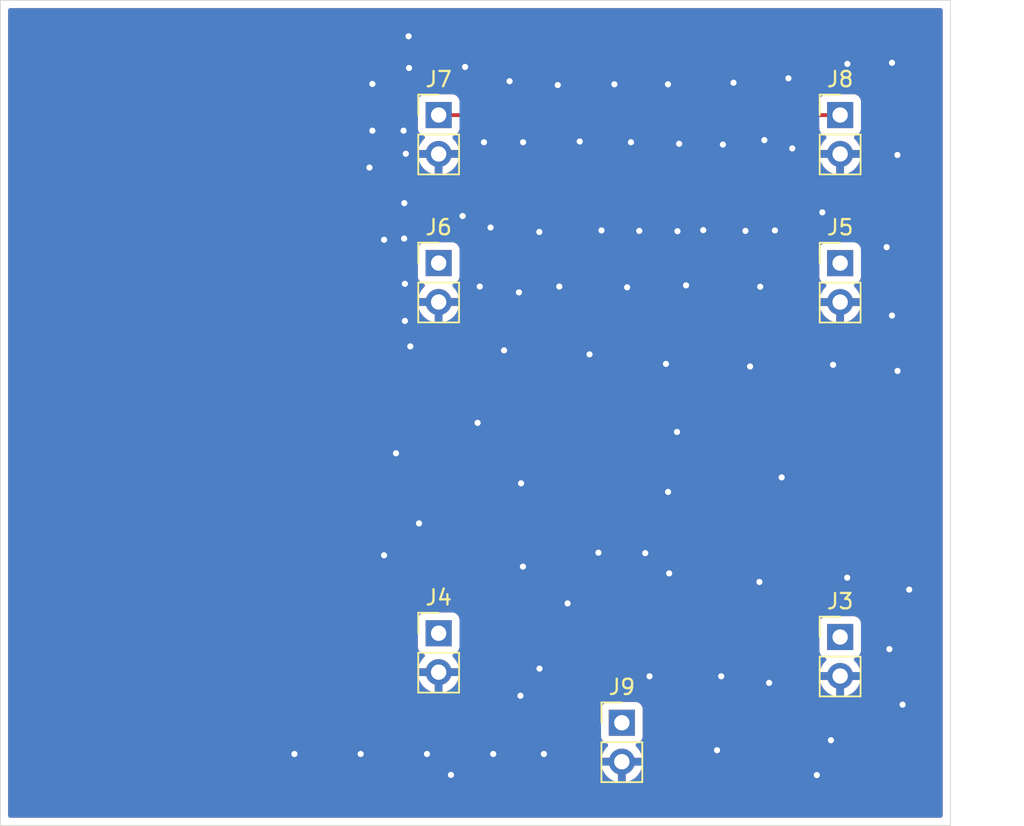
<source format=kicad_pcb>
(kicad_pcb (version 20211014) (generator pcbnew)
  (layers (0 "F.Cu" signal) (31 "B.Cu" signal) (34 "B.Paste" user) (35 "F.Paste" user) (36 "B.SilkS" user "B.Silkscreen") (37 "F.SilkS" user "F.Silkscreen") (38 "B.Mask" user) (39 "F.Mask" user) (44 "Edge.Cuts" user))
  (net 0 "")
  (net 1 "GND")
  (net 2 "bpf_ant")
  (net 3 "rfrx1_true")
  (net 4 "bpf_lvds")
  (net 5 "TX0")
  (footprint "Connector_PinHeader_2.54mm:PinHeader_1x02_P2.54mm_Vertical" (layer "F.Cu") (at 105.41 81.275)
    (fp_text reference "J8" (at 0 -2.33) (layer "F.SilkS"))
    (fp_text value "Connector_Generic_Conn_01x02")
    (fp_line (start -1.33 0) (end -1.33 -1.33) (layer "F.SilkS") (width 0.12))
    (fp_line (start -1.33 3.87) (end 1.33 3.87) (layer "F.SilkS") (width 0.12))
    (fp_line (start 1.33 1.27) (end 1.33 3.87) (layer "F.SilkS") (width 0.12))
    (fp_line (start -1.33 1.27) (end -1.33 3.87) (layer "F.SilkS") (width 0.12))
    (fp_line (start -1.33 -1.33) (end 0 -1.33) (layer "F.SilkS") (width 0.12))
    (fp_line (start -1.33 1.27) (end 1.33 1.27) (layer "F.SilkS") (width 0.12))
    (pad "1" thru_hole rect (at 0 0) (size 1.7 1.7) (drill 1) (layers *.Cu *.Mask) (net 3 "rfrx1_true"))
    (pad "2" thru_hole oval (at 0 2.54) (size 1.7 1.7) (drill 1) (layers *.Cu *.Mask) (net 1 "GND"))
  )
  (footprint "Connector_PinHeader_2.54mm:PinHeader_1x02_P2.54mm_Vertical" (layer "F.Cu") (at 79.248 81.275)
    (fp_text reference "J7" (at 0 -2.33) (layer "F.SilkS"))
    (fp_text value "Connector_Generic_Conn_01x02")
    (fp_line (start -1.33 3.87) (end 1.33 3.87) (layer "F.SilkS") (width 0.12))
    (fp_line (start -1.33 1.27) (end 1.33 1.27) (layer "F.SilkS") (width 0.12))
    (fp_line (start -1.33 0) (end -1.33 -1.33) (layer "F.SilkS") (width 0.12))
    (fp_line (start -1.33 1.27) (end -1.33 3.87) (layer "F.SilkS") (width 0.12))
    (fp_line (start 1.33 1.27) (end 1.33 3.87) (layer "F.SilkS") (width 0.12))
    (fp_line (start -1.33 -1.33) (end 0 -1.33) (layer "F.SilkS") (width 0.12))
    (pad "1" thru_hole rect (at 0 0) (size 1.7 1.7) (drill 1) (layers *.Cu *.Mask) (net 3 "rfrx1_true"))
    (pad "2" thru_hole oval (at 0 2.54) (size 1.7 1.7) (drill 1) (layers *.Cu *.Mask) (net 1 "GND"))
  )
  (footprint "Connector_PinHeader_2.54mm:PinHeader_1x02_P2.54mm_Vertical" (layer "F.Cu") (at 105.41 115.311)
    (fp_text reference "J3" (at 0 -2.33) (layer "F.SilkS"))
    (fp_text value "Connector_Generic_Conn_01x02")
    (fp_line (start -1.33 3.87) (end 1.33 3.87) (layer "F.SilkS") (width 0.12))
    (fp_line (start 1.33 1.27) (end 1.33 3.87) (layer "F.SilkS") (width 0.12))
    (fp_line (start -1.33 -1.33) (end 0 -1.33) (layer "F.SilkS") (width 0.12))
    (fp_line (start -1.33 0) (end -1.33 -1.33) (layer "F.SilkS") (width 0.12))
    (fp_line (start -1.33 1.27) (end -1.33 3.87) (layer "F.SilkS") (width 0.12))
    (fp_line (start -1.33 1.27) (end 1.33 1.27) (layer "F.SilkS") (width 0.12))
    (pad "1" thru_hole rect (at 0 0) (size 1.7 1.7) (drill 1) (layers *.Cu *.Mask) (net 2 "bpf_ant"))
    (pad "2" thru_hole oval (at 0 2.54) (size 1.7 1.7) (drill 1) (layers *.Cu *.Mask) (net 1 "GND"))
  )
  (footprint "Connector_PinHeader_2.54mm:PinHeader_1x02_P2.54mm_Vertical" (layer "F.Cu") (at 79.248 115.062)
    (fp_text reference "J4" (at 0 -2.33) (layer "F.SilkS"))
    (fp_text value "Connector_Generic_Conn_01x02")
    (fp_line (start 1.33 1.27) (end 1.33 3.87) (layer "F.SilkS") (width 0.12))
    (fp_line (start -1.33 -1.33) (end 0 -1.33) (layer "F.SilkS") (width 0.12))
    (fp_line (start -1.33 1.27) (end 1.33 1.27) (layer "F.SilkS") (width 0.12))
    (fp_line (start -1.33 1.27) (end -1.33 3.87) (layer "F.SilkS") (width 0.12))
    (fp_line (start -1.33 0) (end -1.33 -1.33) (layer "F.SilkS") (width 0.12))
    (fp_line (start -1.33 3.87) (end 1.33 3.87) (layer "F.SilkS") (width 0.12))
    (pad "1" thru_hole rect (at 0 0) (size 1.7 1.7) (drill 1) (layers *.Cu *.Mask) (net 2 "bpf_ant"))
    (pad "2" thru_hole oval (at 0 2.54) (size 1.7 1.7) (drill 1) (layers *.Cu *.Mask) (net 1 "GND"))
  )
  (footprint "Connector_PinHeader_2.54mm:PinHeader_1x02_P2.54mm_Vertical" (layer "F.Cu") (at 105.41 90.932)
    (fp_text reference "J5" (at 0 -2.33) (layer "F.SilkS"))
    (fp_text value "Connector_Generic_Conn_01x02")
    (fp_line (start -1.33 -1.33) (end 0 -1.33) (layer "F.SilkS") (width 0.12))
    (fp_line (start -1.33 3.87) (end 1.33 3.87) (layer "F.SilkS") (width 0.12))
    (fp_line (start 1.33 1.27) (end 1.33 3.87) (layer "F.SilkS") (width 0.12))
    (fp_line (start -1.33 1.27) (end -1.33 3.87) (layer "F.SilkS") (width 0.12))
    (fp_line (start -1.33 1.27) (end 1.33 1.27) (layer "F.SilkS") (width 0.12))
    (fp_line (start -1.33 0) (end -1.33 -1.33) (layer "F.SilkS") (width 0.12))
    (pad "1" thru_hole rect (at 0 0) (size 1.7 1.7) (drill 1) (layers *.Cu *.Mask) (net 4 "bpf_lvds"))
    (pad "2" thru_hole oval (at 0 2.54) (size 1.7 1.7) (drill 1) (layers *.Cu *.Mask) (net 1 "GND"))
  )
  (footprint "Connector_PinHeader_2.54mm:PinHeader_1x02_P2.54mm_Vertical" (layer "F.Cu") (at 79.248 90.927)
    (fp_text reference "J6" (at 0 -2.33) (layer "F.SilkS"))
    (fp_text value "Connector_Generic_Conn_01x02")
    (fp_line (start 1.33 1.27) (end 1.33 3.87) (layer "F.SilkS") (width 0.12))
    (fp_line (start -1.33 -1.33) (end 0 -1.33) (layer "F.SilkS") (width 0.12))
    (fp_line (start -1.33 1.27) (end 1.33 1.27) (layer "F.SilkS") (width 0.12))
    (fp_line (start -1.33 3.87) (end 1.33 3.87) (layer "F.SilkS") (width 0.12))
    (fp_line (start -1.33 0) (end -1.33 -1.33) (layer "F.SilkS") (width 0.12))
    (fp_line (start -1.33 1.27) (end -1.33 3.87) (layer "F.SilkS") (width 0.12))
    (pad "1" thru_hole rect (at 0 0) (size 1.7 1.7) (drill 1) (layers *.Cu *.Mask) (net 4 "bpf_lvds"))
    (pad "2" thru_hole oval (at 0 2.54) (size 1.7 1.7) (drill 1) (layers *.Cu *.Mask) (net 1 "GND"))
  )
  (footprint "Connector_PinHeader_2.54mm:PinHeader_1x02_P2.54mm_Vertical" (layer "F.Cu") (at 91.186 120.899)
    (fp_text reference "J9" (at 0 -2.33) (layer "F.SilkS"))
    (fp_text value "Connector_Generic_Conn_01x02")
    (fp_line (start -1.33 0) (end -1.33 -1.33) (layer "F.SilkS") (width 0.12))
    (fp_line (start -1.33 1.27) (end -1.33 3.87) (layer "F.SilkS") (width 0.12))
    (fp_line (start -1.33 1.27) (end 1.33 1.27) (layer "F.SilkS") (width 0.12))
    (fp_line (start -1.33 3.87) (end 1.33 3.87) (layer "F.SilkS") (width 0.12))
    (fp_line (start 1.33 1.27) (end 1.33 3.87) (layer "F.SilkS") (width 0.12))
    (fp_line (start -1.33 -1.33) (end 0 -1.33) (layer "F.SilkS") (width 0.12))
    (pad "1" thru_hole rect (at 0 0) (size 1.7 1.7) (drill 1) (layers *.Cu *.Mask) (net 5 "TX0"))
    (pad "2" thru_hole oval (at 0 2.54) (size 1.7 1.7) (drill 1) (layers *.Cu *.Mask) (net 1 "GND"))
  )
  (gr_rect (start 50.69 73.8) (end 112.6 127.6) (layer "Edge.Cuts") (width 0.05) (fill none))
  (via (at 108.79 77.87) (size 0.8) (drill 0.4) (layers "F.Cu" "B.Cu") (net 1))
  (via (at 85.81 88.9) (size 0.8) (drill 0.4) (layers "F.Cu" "B.Cu") (net 1))
  (via (at 109.91 112.22) (size 0.8) (drill 0.4) (layers "F.Cu" "B.Cu") (net 1))
  (via (at 85.82 117.37) (size 0.8) (drill 0.4) (layers "F.Cu" "B.Cu") (net 1))
  (via (at 101.6 104.902) (size 0.8) (drill 0.4) (layers "F.Cu" "B.Cu") (net 1))
  (via (at 109.48 119.72) (size 0.8) (drill 0.4) (layers "F.Cu" "B.Cu") (net 1))
  (via (at 77.4 96.36) (size 0.8) (drill 0.4) (layers "F.Cu" "B.Cu") (net 1))
  (via (at 94.06 97.5) (size 0.8) (drill 0.4) (layers "F.Cu" "B.Cu") (net 1))
  (via (at 97.39 122.69) (size 0.8) (drill 0.4) (layers "F.Cu" "B.Cu") (net 1))
  (via (at 91.53 92.51) (size 0.8) (drill 0.4) (layers "F.Cu" "B.Cu") (net 1))
  (via (at 100.15 111.72) (size 0.8) (drill 0.4) (layers "F.Cu" "B.Cu") (net 1))
  (via (at 100.47 82.91) (size 0.8) (drill 0.4) (layers "F.Cu" "B.Cu") (net 1))
  (via (at 88.44 83) (size 0.8) (drill 0.4) (layers "F.Cu" "B.Cu") (net 1))
  (via (at 84.75 83.05) (size 0.8) (drill 0.4) (layers "F.Cu" "B.Cu") (net 1))
  (via (at 77.11 83.8) (size 0.8) (drill 0.4) (layers "F.Cu" "B.Cu") (net 1))
  (via (at 99.24 88.83) (size 0.8) (drill 0.4) (layers "F.Cu" "B.Cu") (net 1))
  (via (at 102.29 83.45) (size 0.8) (drill 0.4) (layers "F.Cu" "B.Cu") (net 1))
  (via (at 89.86 88.8) (size 0.8) (drill 0.4) (layers "F.Cu" "B.Cu") (net 1))
  (via (at 89.66 109.81) (size 0.8) (drill 0.4) (layers "F.Cu" "B.Cu") (net 1))
  (via (at 90.7 79.27) (size 0.8) (drill 0.4) (layers "F.Cu" "B.Cu") (net 1))
  (via (at 96.49 88.78) (size 0.8) (drill 0.4) (layers "F.Cu" "B.Cu") (net 1))
  (via (at 105.88 77.94) (size 0.8) (drill 0.4) (layers "F.Cu" "B.Cu") (net 1))
  (via (at 80.05 124.3) (size 0.8) (drill 0.4) (layers "F.Cu" "B.Cu") (net 1))
  (via (at 108.62 116.1) (size 0.8) (drill 0.4) (layers "F.Cu" "B.Cu") (net 1))
  (via (at 109.15 97.96) (size 0.8) (drill 0.4) (layers "F.Cu" "B.Cu") (net 1))
  (via (at 69.85 122.936) (size 0.8) (drill 0.4) (layers "F.Cu" "B.Cu") (net 1))
  (via (at 109.14 83.88) (size 0.8) (drill 0.4) (layers "F.Cu" "B.Cu") (net 1))
  (via (at 98.46 79.17) (size 0.8) (drill 0.4) (layers "F.Cu" "B.Cu") (net 1))
  (via (at 77.29 76.14) (size 0.8) (drill 0.4) (layers "F.Cu" "B.Cu") (net 1))
  (via (at 94.2 105.85) (size 0.8) (drill 0.4) (layers "F.Cu" "B.Cu") (net 1))
  (via (at 102.04 78.88) (size 0.8) (drill 0.4) (layers "F.Cu" "B.Cu") (net 1))
  (via (at 84.58 119.14) (size 0.8) (drill 0.4) (layers "F.Cu" "B.Cu") (net 1))
  (via (at 82.2 83.05) (size 0.8) (drill 0.4) (layers "F.Cu" "B.Cu") (net 1))
  (via (at 100.78 118.3) (size 0.8) (drill 0.4) (layers "F.Cu" "B.Cu") (net 1))
  (via (at 83.51 96.62) (size 0.8) (drill 0.4) (layers "F.Cu" "B.Cu") (net 1))
  (via (at 77.32 78.21) (size 0.8) (drill 0.4) (layers "F.Cu" "B.Cu") (net 1))
  (via (at 81.788 101.346) (size 0.8) (drill 0.4) (layers "F.Cu" "B.Cu") (net 1))
  (via (at 76.962 82.296) (size 0.8) (drill 0.4) (layers "F.Cu" "B.Cu") (net 1))
  (via (at 108.44 89.89) (size 0.8) (drill 0.4) (layers "F.Cu" "B.Cu") (net 1))
  (via (at 87.01 79.32) (size 0.8) (drill 0.4) (layers "F.Cu" "B.Cu") (net 1))
  (via (at 75.692 109.982) (size 0.8) (drill 0.4) (layers "F.Cu" "B.Cu") (net 1))
  (via (at 77.01 87.02) (size 0.8) (drill 0.4) (layers "F.Cu" "B.Cu") (net 1))
  (via (at 92.99 117.87) (size 0.8) (drill 0.4) (layers "F.Cu" "B.Cu") (net 1))
  (via (at 80.81 87.86) (size 0.8) (drill 0.4) (layers "F.Cu" "B.Cu") (net 1))
  (via (at 89.08 96.88) (size 0.8) (drill 0.4) (layers "F.Cu" "B.Cu") (net 1))
  (via (at 77.05 92.28) (size 0.8) (drill 0.4) (layers "F.Cu" "B.Cu") (net 1))
  (via (at 87.11 92.46) (size 0.8) (drill 0.4) (layers "F.Cu" "B.Cu") (net 1))
  (via (at 104.95 97.56) (size 0.8) (drill 0.4) (layers "F.Cu" "B.Cu") (net 1))
  (via (at 104.81 122.04) (size 0.8) (drill 0.4) (layers "F.Cu" "B.Cu") (net 1))
  (via (at 78.486 122.936) (size 0.8) (drill 0.4) (layers "F.Cu" "B.Cu") (net 1))
  (via (at 108.79 94.35) (size 0.8) (drill 0.4) (layers "F.Cu" "B.Cu") (net 1))
  (via (at 103.89 124.31) (size 0.8) (drill 0.4) (layers "F.Cu" "B.Cu") (net 1))
  (via (at 74.74 84.7) (size 0.8) (drill 0.4) (layers "F.Cu" "B.Cu") (net 1))
  (via (at 94.19 79.27) (size 0.8) (drill 0.4) (layers "F.Cu" "B.Cu") (net 1))
  (via (at 84.62 105.29) (size 0.8) (drill 0.4) (layers "F.Cu" "B.Cu") (net 1))
  (via (at 80.97 78.14) (size 0.8) (drill 0.4) (layers "F.Cu" "B.Cu") (net 1))
  (via (at 99.54 97.67) (size 0.8) (drill 0.4) (layers "F.Cu" "B.Cu") (net 1))
  (via (at 97.77 83.2) (size 0.8) (drill 0.4) (layers "F.Cu" "B.Cu") (net 1))
  (via (at 74.93 82.296) (size 0.8) (drill 0.4) (layers "F.Cu" "B.Cu") (net 1))
  (via (at 87.65 113.12) (size 0.8) (drill 0.4) (layers "F.Cu" "B.Cu") (net 1))
  (via (at 75.692 89.408) (size 0.8) (drill 0.4) (layers "F.Cu" "B.Cu") (net 1))
  (via (at 104.25 87.62) (size 0.8) (drill 0.4) (layers "F.Cu" "B.Cu") (net 1))
  (via (at 84.74 110.72) (size 0.8) (drill 0.4) (layers "F.Cu" "B.Cu") (net 1))
  (via (at 94.81 88.85) (size 0.8) (drill 0.4) (layers "F.Cu" "B.Cu") (net 1))
  (via (at 84.48 92.84) (size 0.8) (drill 0.4) (layers "F.Cu" "B.Cu") (net 1))
  (via (at 94.92 83.15) (size 0.8) (drill 0.4) (layers "F.Cu" "B.Cu") (net 1))
  (via (at 77.05 94.7) (size 0.8) (drill 0.4) (layers "F.Cu" "B.Cu") (net 1))
  (via (at 74.93 79.248) (size 0.8) (drill 0.4) (layers "F.Cu" "B.Cu") (net 1))
  (via (at 105.87 111.44) (size 0.8) (drill 0.4) (layers "F.Cu" "B.Cu") (net 1))
  (via (at 100.2 92.47) (size 0.8) (drill 0.4) (layers "F.Cu" "B.Cu") (net 1))
  (via (at 94.78 101.94) (size 0.8) (drill 0.4) (layers "F.Cu" "B.Cu") (net 1))
  (via (at 76.47 103.33) (size 0.8) (drill 0.4) (layers "F.Cu" "B.Cu") (net 1))
  (via (at 92.71 109.84) (size 0.8) (drill 0.4) (layers "F.Cu" "B.Cu") (net 1))
  (via (at 101.16 88.8) (size 0.8) (drill 0.4) (layers "F.Cu" "B.Cu") (net 1))
  (via (at 77 89.33) (size 0.8) (drill 0.4) (layers "F.Cu" "B.Cu") (net 1))
  (via (at 81.93 92.46) (size 0.8) (drill 0.4) (layers "F.Cu" "B.Cu") (net 1))
  (via (at 86.106 122.936) (size 0.8) (drill 0.4) (layers "F.Cu" "B.Cu") (net 1))
  (via (at 94.27 111.16) (size 0.8) (drill 0.4) (layers "F.Cu" "B.Cu") (net 1))
  (via (at 95.37 92.38) (size 0.8) (drill 0.4) (layers "F.Cu" "B.Cu") (net 1))
  (via (at 77.97 107.9) (size 0.8) (drill 0.4) (layers "F.Cu" "B.Cu") (net 1))
  (via (at 74.168 122.936) (size 0.8) (drill 0.4) (layers "F.Cu" "B.Cu") (net 1))
  (via (at 82.63 88.61) (size 0.8) (drill 0.4) (layers "F.Cu" "B.Cu") (net 1))
  (via (at 82.804 122.936) (size 0.8) (drill 0.4) (layers "F.Cu" "B.Cu") (net 1))
  (via (at 92.32 88.83) (size 0.8) (drill 0.4) (layers "F.Cu" "B.Cu") (net 1))
  (via (at 83.87 79.07) (size 0.8) (drill 0.4) (layers "F.Cu" "B.Cu") (net 1))
  (via (at 91.78 83.05) (size 0.8) (drill 0.4) (layers "F.Cu" "B.Cu") (net 1))
  (via (at 97.66 117.87) (size 0.8) (drill 0.4) (layers "F.Cu" "B.Cu") (net 1))
  (segment (start 105.41 115.311) (end 105.415 115.311) (width 0.25) (layer "F.Cu") (net 2))
  (segment (start 105.415 115.311) (end 105.664 115.062) (width 0.25) (layer "F.Cu") (net 2))
  (segment (start 79.248 81.28) (end 105.41 81.28) (width 0.25) (layer "F.Cu") (net 3))
  (segment (start 78.74 80.772) (end 79.248 81.28) (width 0.25) (layer "F.Cu") (net 3))
  (segment (start 105.405 90.927) (end 105.41 90.932) (width 0.25) (layer "F.Cu") (net 4))
  (segment (start 90.81 121.13) (end 91 120.94) (width 0.25) (layer "F.Cu") (net 5))
  (zone (net 1) (net_name "GND") (layer "F.Cu") (connect_pads (clearance 0.508)) (min_thickness 0.254) (fill yes (thermal_gap 0.508) (thermal_bridge_width 0.508))
    (polygon (pts (xy 112.522 127.508) (xy 50.8 127.508) (xy 50.8 73.914) (xy 112.522 73.914)))
  )
  (zone (net 1) (net_name "GND") (layer "B.Cu") (connect_pads (clearance 0.508)) (min_thickness 0.254) (fill yes (thermal_gap 0.508) (thermal_bridge_width 0.508))
    (polygon (pts (xy 112.522 127.508) (xy 50.8 127.508) (xy 50.8 73.914) (xy 112.522 73.914)))
  )
)
</source>
